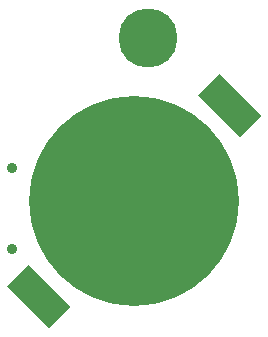
<source format=gbs>
G04 #@! TF.FileFunction,Soldermask,Bot*
%FSLAX46Y46*%
G04 Gerber Fmt 4.6, Leading zero omitted, Abs format (unit mm)*
G04 Created by KiCad (PCBNEW 4.0.7) date 06/29/18 14:44:45*
%MOMM*%
%LPD*%
G01*
G04 APERTURE LIST*
%ADD10C,0.100000*%
%ADD11C,17.780000*%
%ADD12C,0.900000*%
%ADD13C,5.000000*%
G04 APERTURE END LIST*
D10*
D11*
X207645000Y-92075000D03*
D10*
G36*
X214829205Y-81298692D02*
X218421308Y-84890795D01*
X216625257Y-86686846D01*
X213033154Y-83094743D01*
X214829205Y-81298692D01*
X214829205Y-81298692D01*
G37*
G36*
X198664743Y-97463154D02*
X202256846Y-101055257D01*
X200460795Y-102851308D01*
X196868692Y-99259205D01*
X198664743Y-97463154D01*
X198664743Y-97463154D01*
G37*
D12*
X197275000Y-96110000D03*
X197275000Y-89310000D03*
D13*
X208820000Y-78250000D03*
M02*

</source>
